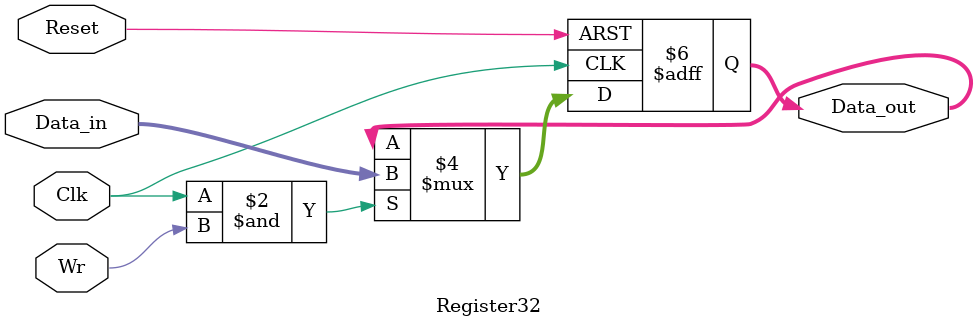
<source format=v>
`timescale 1ns / 1ps
module Register32(
input [31:0] Data_in,
output reg[31:0] Data_out,
input Wr, //Sync.
input Reset, //Async.
input Clk
    );

//
//Write your code below
//

always @ (posedge Clk or posedge Reset)
begin
	if(Reset)
		Data_out = 0;
	else if(Clk & Wr)
		Data_out = Data_in;
end
endmodule

</source>
